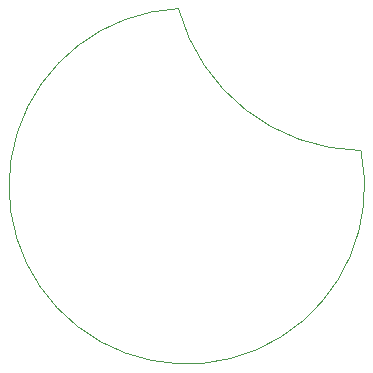
<source format=gbr>
%TF.GenerationSoftware,KiCad,Pcbnew,9.0.6*%
%TF.CreationDate,2026-01-04T02:45:32-08:00*%
%TF.ProjectId,flashlight adapter,666c6173-686c-4696-9768-742061646170,rev?*%
%TF.SameCoordinates,Original*%
%TF.FileFunction,Profile,NP*%
%FSLAX46Y46*%
G04 Gerber Fmt 4.6, Leading zero omitted, Abs format (unit mm)*
G04 Created by KiCad (PCBNEW 9.0.6) date 2026-01-04 02:45:32*
%MOMM*%
%LPD*%
G01*
G04 APERTURE LIST*
%TA.AperFunction,Profile*%
%ADD10C,0.050000*%
%TD*%
G04 APERTURE END LIST*
D10*
X160248489Y-90483086D02*
G75*
G02*
X144795792Y-78462587I-14748489J-3016914D01*
G01*
X160248481Y-90483086D02*
G75*
G02*
X144796022Y-78467568I250000J16265524D01*
G01*
M02*

</source>
